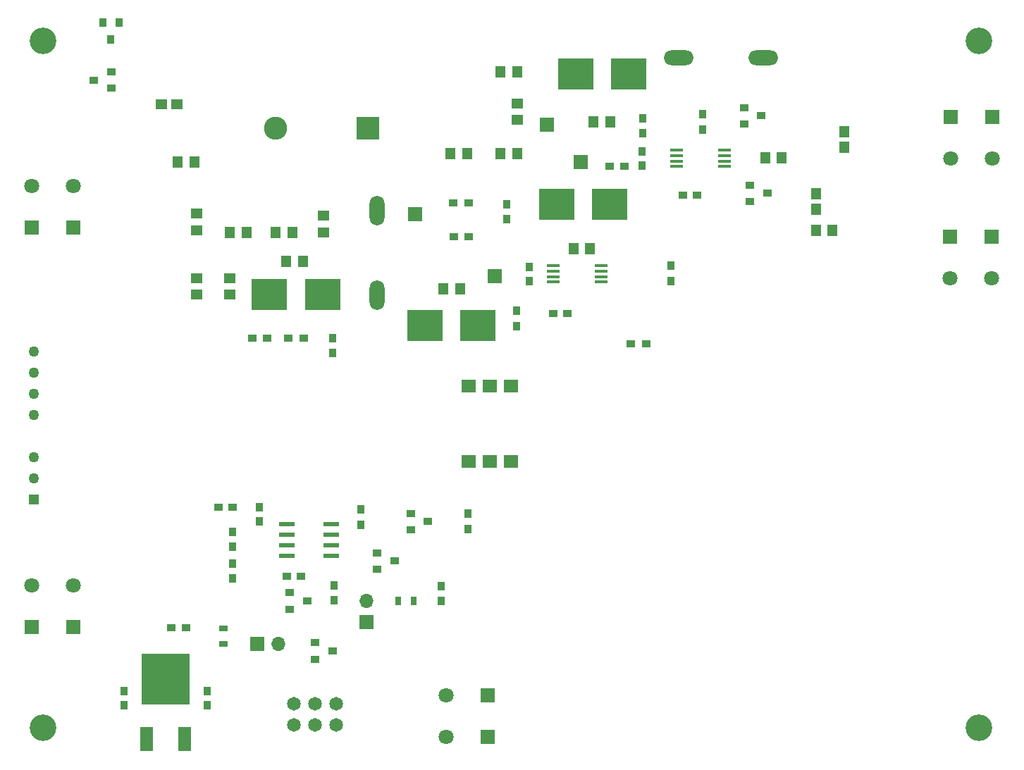
<source format=gts>
G04 #@! TF.GenerationSoftware,KiCad,Pcbnew,(5.1.10)-1*
G04 #@! TF.CreationDate,2022-04-05T17:30:23-07:00*
G04 #@! TF.ProjectId,RacingTeam,52616369-6e67-4546-9561-6d2e6b696361,rev?*
G04 #@! TF.SameCoordinates,Original*
G04 #@! TF.FileFunction,Soldermask,Top*
G04 #@! TF.FilePolarity,Negative*
%FSLAX46Y46*%
G04 Gerber Fmt 4.6, Leading zero omitted, Abs format (unit mm)*
G04 Created by KiCad (PCBNEW (5.1.10)-1) date 2022-04-05 17:30:23*
%MOMM*%
%LPD*%
G01*
G04 APERTURE LIST*
%ADD10C,3.200000*%
%ADD11R,0.950000X1.075000*%
%ADD12R,1.000000X0.850000*%
%ADD13R,5.800000X6.200000*%
%ADD14R,1.600000X3.000000*%
%ADD15R,0.950000X0.975000*%
%ADD16R,0.800000X1.100000*%
%ADD17O,1.700000X1.700000*%
%ADD18R,1.700000X1.700000*%
%ADD19R,1.100000X0.800000*%
%ADD20R,0.975000X0.950000*%
%ADD21R,1.780000X1.520000*%
%ADD22R,1.570000X0.410000*%
%ADD23R,1.200000X1.400000*%
%ADD24R,1.075000X0.950000*%
%ADD25R,1.970000X0.600000*%
%ADD26R,4.240000X3.810000*%
%ADD27R,1.800000X1.800000*%
%ADD28C,1.800000*%
%ADD29R,1.300000X1.325000*%
%ADD30O,3.581400X1.790700*%
%ADD31R,1.400000X1.200000*%
%ADD32O,1.790700X3.581400*%
%ADD33C,2.781300*%
%ADD34R,2.781300X2.781300*%
%ADD35R,1.325000X1.300000*%
%ADD36R,0.850000X1.000000*%
%ADD37C,1.650000*%
%ADD38C,1.258000*%
%ADD39R,1.258000X1.258000*%
G04 APERTURE END LIST*
D10*
G04 #@! TO.C,REF\u002A\u002A*
X114500000Y-118500000D03*
G04 #@! TD*
G04 #@! TO.C,REF\u002A\u002A*
X114500000Y-36000000D03*
G04 #@! TD*
G04 #@! TO.C,REF\u002A\u002A*
X227000000Y-36000000D03*
G04 #@! TD*
G04 #@! TO.C,REF\u002A\u002A*
X227000000Y-118500000D03*
G04 #@! TD*
D11*
G04 #@! TO.C,C10*
X134250000Y-115862500D03*
X134250000Y-114137500D03*
G04 #@! TD*
D12*
G04 #@! TO.C,Q4*
X122750000Y-39720000D03*
X122750000Y-41680000D03*
X120650000Y-40700000D03*
G04 #@! TD*
D13*
G04 #@! TO.C,U4*
X129300000Y-112700000D03*
D14*
X131590000Y-119910000D03*
X127010000Y-119910000D03*
G04 #@! TD*
D15*
G04 #@! TO.C,R32*
X162400000Y-103300000D03*
X162400000Y-101475000D03*
G04 #@! TD*
D16*
G04 #@! TO.C,D8*
X159100000Y-103300000D03*
X157200000Y-103300000D03*
G04 #@! TD*
D17*
G04 #@! TO.C,JP2*
X153400000Y-103300000D03*
D18*
X153400000Y-105840000D03*
G04 #@! TD*
D15*
G04 #@! TO.C,R26*
X165600000Y-92800000D03*
X165600000Y-94625000D03*
G04 #@! TD*
D12*
G04 #@! TO.C,Q5*
X160800000Y-93750000D03*
X158700000Y-92770000D03*
X158700000Y-94730000D03*
G04 #@! TD*
D15*
G04 #@! TO.C,R27*
X152700000Y-94112500D03*
X152700000Y-92287500D03*
G04 #@! TD*
D12*
G04 #@! TO.C,Q8*
X147250000Y-110280000D03*
X147250000Y-108320000D03*
X149350000Y-109300000D03*
G04 #@! TD*
G04 #@! TO.C,Q7*
X144150000Y-104280000D03*
X144150000Y-102320000D03*
X146250000Y-103300000D03*
G04 #@! TD*
D15*
G04 #@! TO.C,R31*
X149500000Y-103250000D03*
X149500000Y-101425000D03*
G04 #@! TD*
D11*
G04 #@! TO.C,C9*
X124300000Y-114137500D03*
X124300000Y-115862500D03*
G04 #@! TD*
D18*
G04 #@! TO.C,JP1*
X140250000Y-108500000D03*
D17*
X142790000Y-108500000D03*
G04 #@! TD*
D19*
G04 #@! TO.C,D6*
X136250000Y-108500000D03*
X136250000Y-106600000D03*
G04 #@! TD*
D20*
G04 #@! TO.C,R28*
X131750000Y-106500000D03*
X129925000Y-106500000D03*
G04 #@! TD*
D12*
G04 #@! TO.C,Q6*
X156800000Y-98500000D03*
X154700000Y-97520000D03*
X154700000Y-99480000D03*
G04 #@! TD*
D21*
G04 #@! TO.C,U3*
X165660000Y-77495000D03*
X170740000Y-77495000D03*
X168200000Y-77495000D03*
X165660000Y-86505000D03*
X170740000Y-86505000D03*
X168200000Y-86505000D03*
G04 #@! TD*
D11*
G04 #@! TO.C,C3*
X172950000Y-63125000D03*
X172950000Y-64850000D03*
G04 #@! TD*
D22*
G04 #@! TO.C,U2*
X175830000Y-63025000D03*
X175830000Y-63675000D03*
X175830000Y-64325000D03*
X175830000Y-64975000D03*
X181570000Y-64975000D03*
X181570000Y-64325000D03*
X181570000Y-63675000D03*
X181570000Y-63025000D03*
G04 #@! TD*
D23*
G04 #@! TO.C,R36*
X180250000Y-61000000D03*
X178250000Y-61000000D03*
G04 #@! TD*
D15*
G04 #@! TO.C,R5*
X170250000Y-57412500D03*
X170250000Y-55587500D03*
G04 #@! TD*
D24*
G04 #@! TO.C,C8*
X137300000Y-92000000D03*
X135575000Y-92000000D03*
G04 #@! TD*
D25*
G04 #@! TO.C,U6*
X143800000Y-97905000D03*
X143800000Y-96635000D03*
X143800000Y-95365000D03*
X143800000Y-94095000D03*
X149200000Y-94095000D03*
X149200000Y-95365000D03*
X149200000Y-96635000D03*
X149200000Y-97905000D03*
G04 #@! TD*
D24*
G04 #@! TO.C,C5*
X143837500Y-100300000D03*
X145562500Y-100300000D03*
G04 #@! TD*
D11*
G04 #@! TO.C,C6*
X140500000Y-92000000D03*
X140500000Y-93725000D03*
G04 #@! TD*
D15*
G04 #@! TO.C,R30*
X137300000Y-96800000D03*
X137300000Y-94975000D03*
G04 #@! TD*
G04 #@! TO.C,R29*
X137300000Y-100600000D03*
X137300000Y-98775000D03*
G04 #@! TD*
D20*
G04 #@! TO.C,R4*
X165662500Y-55500000D03*
X163837500Y-55500000D03*
G04 #@! TD*
G04 #@! TO.C,R18*
X165700000Y-59500000D03*
X163875000Y-59500000D03*
G04 #@! TD*
D23*
G04 #@! TO.C,R34*
X164650000Y-65750000D03*
X162650000Y-65750000D03*
G04 #@! TD*
D18*
G04 #@! TO.C,J4*
X168800000Y-64300000D03*
G04 #@! TD*
D26*
G04 #@! TO.C,F2*
X160420000Y-70200000D03*
X166800000Y-70200000D03*
G04 #@! TD*
D15*
G04 #@! TO.C,R19*
X171450000Y-68425000D03*
X171450000Y-70250000D03*
G04 #@! TD*
D24*
G04 #@! TO.C,C4*
X177562500Y-68750000D03*
X175837500Y-68750000D03*
G04 #@! TD*
D20*
G04 #@! TO.C,R24*
X185187500Y-72400000D03*
X187012500Y-72400000D03*
G04 #@! TD*
D15*
G04 #@! TO.C,R22*
X190000000Y-64850000D03*
X190000000Y-63025000D03*
G04 #@! TD*
D27*
G04 #@! TO.C,J6*
X228500000Y-59500000D03*
D28*
X228500000Y-64500000D03*
D27*
X223500000Y-59500000D03*
D28*
X223500000Y-64500000D03*
G04 #@! TD*
G04 #@! TO.C,J7*
X223600000Y-50100000D03*
D27*
X223600000Y-45100000D03*
D28*
X228600000Y-50100000D03*
D27*
X228600000Y-45100000D03*
G04 #@! TD*
D12*
G04 #@! TO.C,Q1*
X201550000Y-54300000D03*
X199450000Y-53320000D03*
X199450000Y-55280000D03*
G04 #@! TD*
D23*
G04 #@! TO.C,R21*
X209400000Y-58800000D03*
X207400000Y-58800000D03*
G04 #@! TD*
D29*
G04 #@! TO.C,D3*
X207400000Y-56250000D03*
X207400000Y-54325000D03*
G04 #@! TD*
D23*
G04 #@! TO.C,R23*
X201300000Y-50000000D03*
X203300000Y-50000000D03*
G04 #@! TD*
D29*
G04 #@! TO.C,D4*
X210800000Y-46875000D03*
X210800000Y-48800000D03*
G04 #@! TD*
D12*
G04 #@! TO.C,Q2*
X200850000Y-45000000D03*
X198750000Y-44020000D03*
X198750000Y-45980000D03*
G04 #@! TD*
D26*
G04 #@! TO.C,F5*
X176220000Y-55600000D03*
X182600000Y-55600000D03*
G04 #@! TD*
D24*
G04 #@! TO.C,C2*
X191387500Y-54500000D03*
X193112500Y-54500000D03*
G04 #@! TD*
D15*
G04 #@! TO.C,R20*
X193800000Y-44825000D03*
X193800000Y-46650000D03*
G04 #@! TD*
D22*
G04 #@! TO.C,U1*
X196370000Y-49125000D03*
X196370000Y-49775000D03*
X196370000Y-50425000D03*
X196370000Y-51075000D03*
X190630000Y-51075000D03*
X190630000Y-50425000D03*
X190630000Y-49775000D03*
X190630000Y-49125000D03*
G04 #@! TD*
D15*
G04 #@! TO.C,R16*
X186550000Y-45287500D03*
X186550000Y-47112500D03*
G04 #@! TD*
D11*
G04 #@! TO.C,C1*
X186500000Y-51000000D03*
X186500000Y-49275000D03*
G04 #@! TD*
D20*
G04 #@! TO.C,R17*
X182575000Y-51050000D03*
X184400000Y-51050000D03*
G04 #@! TD*
D18*
G04 #@! TO.C,J2*
X179120000Y-50580000D03*
G04 #@! TD*
G04 #@! TO.C,J3*
X175100000Y-46100000D03*
G04 #@! TD*
D30*
G04 #@! TO.C,D1*
X201080000Y-38000000D03*
X190920000Y-38000000D03*
G04 #@! TD*
D26*
G04 #@! TO.C,F6*
X184880000Y-40000000D03*
X178500000Y-40000000D03*
G04 #@! TD*
D23*
G04 #@! TO.C,R11*
X169500000Y-39750000D03*
X171500000Y-39750000D03*
G04 #@! TD*
G04 #@! TO.C,R35*
X182700000Y-45700000D03*
X180700000Y-45700000D03*
G04 #@! TD*
D31*
G04 #@! TO.C,R10*
X171500000Y-45500000D03*
X171500000Y-43500000D03*
G04 #@! TD*
D23*
G04 #@! TO.C,R9*
X171500000Y-49500000D03*
X169500000Y-49500000D03*
G04 #@! TD*
G04 #@! TO.C,R8*
X165500000Y-49500000D03*
X163500000Y-49500000D03*
G04 #@! TD*
D32*
G04 #@! TO.C,D2*
X154700000Y-66560000D03*
X154700000Y-56400000D03*
G04 #@! TD*
D18*
G04 #@! TO.C,J5*
X159200000Y-56800000D03*
G04 #@! TD*
D31*
G04 #@! TO.C,R6*
X148250000Y-57000000D03*
X148250000Y-59000000D03*
G04 #@! TD*
D23*
G04 #@! TO.C,R12*
X142500000Y-59000000D03*
X144500000Y-59000000D03*
G04 #@! TD*
G04 #@! TO.C,R33*
X145750000Y-62500000D03*
X143750000Y-62500000D03*
G04 #@! TD*
D15*
G04 #@! TO.C,R3*
X149300000Y-73500000D03*
X149300000Y-71675000D03*
G04 #@! TD*
D20*
G04 #@! TO.C,R2*
X145825000Y-71700000D03*
X144000000Y-71700000D03*
G04 #@! TD*
G04 #@! TO.C,R1*
X139675000Y-71700000D03*
X141500000Y-71700000D03*
G04 #@! TD*
D26*
G04 #@! TO.C,F1*
X148130000Y-66500000D03*
X141750000Y-66500000D03*
G04 #@! TD*
D31*
G04 #@! TO.C,R14*
X137000000Y-64500000D03*
X137000000Y-66500000D03*
G04 #@! TD*
G04 #@! TO.C,R15*
X133000000Y-66500000D03*
X133000000Y-64500000D03*
G04 #@! TD*
D23*
G04 #@! TO.C,R13*
X137000000Y-59000000D03*
X139000000Y-59000000D03*
G04 #@! TD*
D31*
G04 #@! TO.C,R7*
X133000000Y-58750000D03*
X133000000Y-56750000D03*
G04 #@! TD*
D33*
G04 #@! TO.C,J1*
X142437400Y-46500000D03*
D34*
X153562600Y-46500000D03*
G04 #@! TD*
D35*
G04 #@! TO.C,D5*
X128737500Y-43600000D03*
X130662500Y-43600000D03*
G04 #@! TD*
D23*
G04 #@! TO.C,R25*
X130700000Y-50550000D03*
X132700000Y-50550000D03*
G04 #@! TD*
D36*
G04 #@! TO.C,Q3*
X121720000Y-33750000D03*
X123680000Y-33750000D03*
X122700000Y-35850000D03*
G04 #@! TD*
D28*
G04 #@! TO.C,J8*
X118200000Y-53400000D03*
D27*
X118200000Y-58400000D03*
D28*
X113200000Y-53400000D03*
D27*
X113200000Y-58400000D03*
G04 #@! TD*
D28*
G04 #@! TO.C,J11*
X163000000Y-114600000D03*
D27*
X168000000Y-114600000D03*
D28*
X163000000Y-119600000D03*
D27*
X168000000Y-119600000D03*
G04 #@! TD*
D37*
G04 #@! TO.C,J9*
X149740000Y-118170000D03*
X149740000Y-115630000D03*
X147200000Y-118170000D03*
X147200000Y-115630000D03*
X144660000Y-118170000D03*
X144660000Y-115630000D03*
G04 #@! TD*
D27*
G04 #@! TO.C,J10*
X113200000Y-106400000D03*
D28*
X113200000Y-101400000D03*
D27*
X118200000Y-106400000D03*
D28*
X118200000Y-101400000D03*
G04 #@! TD*
D38*
G04 #@! TO.C,PS1*
X113415000Y-73320000D03*
X113415000Y-75860000D03*
X113415000Y-78400000D03*
X113415000Y-80940000D03*
X113415000Y-86020000D03*
X113415000Y-88560000D03*
D39*
X113415000Y-91100000D03*
G04 #@! TD*
M02*

</source>
